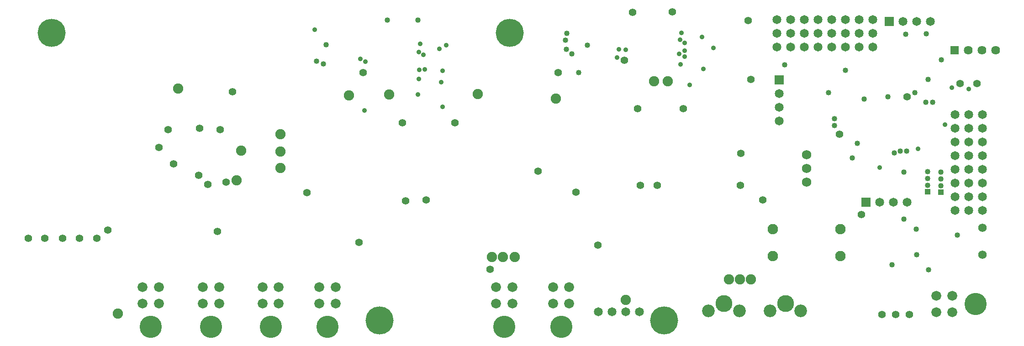
<source format=gbs>
G04 Layer_Color=16711935*
%FSLAX23Y23*%
%MOIN*%
G70*
G01*
G75*
%ADD81C,0.035*%
%ADD133C,0.076*%
%ADD134C,0.056*%
%ADD135C,0.123*%
%ADD136C,0.092*%
%ADD137C,0.205*%
%ADD138C,0.062*%
%ADD139C,0.005*%
%ADD140C,0.065*%
%ADD141R,0.065X0.065*%
%ADD142R,0.065X0.065*%
%ADD143C,0.068*%
%ADD144C,0.075*%
%ADD145C,0.065*%
%ADD146C,0.040*%
%ADD147R,0.040X0.040*%
%ADD148C,0.072*%
%ADD149C,0.162*%
%ADD150R,0.064X0.064*%
%ADD151C,0.064*%
%ADD152C,0.055*%
%ADD153C,0.040*%
D81*
X6690Y4530D02*
D03*
X6685Y4465D02*
D03*
X6695Y4720D02*
D03*
X6720Y4640D02*
D03*
X6685Y4660D02*
D03*
X6295Y4590D02*
D03*
X8762Y4536D02*
D03*
X8752Y4771D02*
D03*
X8662Y4421D02*
D03*
X8837Y4691D02*
D03*
X8597Y4571D02*
D03*
X8627Y4626D02*
D03*
Y4671D02*
D03*
X8587Y4646D02*
D03*
X8602Y4801D02*
D03*
X8132Y4621D02*
D03*
X8147Y4681D02*
D03*
X8197Y4676D02*
D03*
X8627Y4726D02*
D03*
X8592Y4751D02*
D03*
X5925Y4825D02*
D03*
X6290Y4235D02*
D03*
X6885Y4710D02*
D03*
X6730Y4535D02*
D03*
X6680Y4350D02*
D03*
X6850Y4440D02*
D03*
X6860Y4260D02*
D03*
Y4525D02*
D03*
X6837Y4685D02*
D03*
X10330Y3955D02*
D03*
X10525Y4130D02*
D03*
X10050Y3818D02*
D03*
X6260Y4610D02*
D03*
X10575Y4400D02*
D03*
X10700Y4390D02*
D03*
D133*
X9762Y3366D02*
D03*
X9270D02*
D03*
X9762Y3169D02*
D03*
X9270D02*
D03*
D134*
X10065Y2745D02*
D03*
X10165D02*
D03*
X10265D02*
D03*
D135*
X9362Y2823D02*
D03*
X8913D02*
D03*
D136*
X9250Y2770D02*
D03*
X9474D02*
D03*
X8801D02*
D03*
X9026D02*
D03*
D137*
X8475Y2700D02*
D03*
X7350Y4800D02*
D03*
X6400Y2700D02*
D03*
X4005Y4800D02*
D03*
D138*
X10799Y3378D02*
D03*
Y3181D02*
D03*
D139*
X10905Y3417D02*
D03*
Y3142D02*
D03*
D140*
X10420Y4885D02*
D03*
X10320D02*
D03*
X10220D02*
D03*
X10250Y3563D02*
D03*
X10150D02*
D03*
X10050D02*
D03*
X9315Y4158D02*
D03*
Y4258D02*
D03*
Y4358D02*
D03*
X10800Y4203D02*
D03*
X10700D02*
D03*
X10600D02*
D03*
Y4103D02*
D03*
X10700D02*
D03*
X10800D02*
D03*
X10600Y4003D02*
D03*
X10700D02*
D03*
X10800D02*
D03*
X10600Y3903D02*
D03*
X10700D02*
D03*
X10800D02*
D03*
X10600Y3803D02*
D03*
X10700D02*
D03*
X10800D02*
D03*
X10600Y3703D02*
D03*
X10700D02*
D03*
X10800D02*
D03*
X10600Y3603D02*
D03*
X10700D02*
D03*
X10800D02*
D03*
X10600Y3503D02*
D03*
X10700D02*
D03*
X10800D02*
D03*
X9300Y4898D02*
D03*
Y4798D02*
D03*
Y4698D02*
D03*
X9400D02*
D03*
Y4798D02*
D03*
Y4898D02*
D03*
X9500Y4698D02*
D03*
Y4798D02*
D03*
Y4898D02*
D03*
X9600Y4698D02*
D03*
Y4798D02*
D03*
Y4898D02*
D03*
X9700Y4698D02*
D03*
Y4798D02*
D03*
Y4898D02*
D03*
X9800Y4698D02*
D03*
Y4798D02*
D03*
Y4898D02*
D03*
X9900Y4698D02*
D03*
Y4798D02*
D03*
Y4898D02*
D03*
X10000Y4698D02*
D03*
Y4798D02*
D03*
Y4898D02*
D03*
D141*
X10120Y4885D02*
D03*
X9950Y3563D02*
D03*
D142*
X9315Y4458D02*
D03*
D143*
X9515Y3711D02*
D03*
Y3811D02*
D03*
Y3911D02*
D03*
D144*
X8195Y2850D02*
D03*
X4490Y2750D02*
D03*
X5390Y3940D02*
D03*
X4930Y4395D02*
D03*
X9030Y3000D02*
D03*
X9110D02*
D03*
X8950D02*
D03*
X7687Y4321D02*
D03*
X8502Y4446D02*
D03*
X8402D02*
D03*
X5355Y3725D02*
D03*
X5675Y4060D02*
D03*
Y3935D02*
D03*
Y3815D02*
D03*
X6175Y4345D02*
D03*
X6470Y4350D02*
D03*
X7115Y4355D02*
D03*
X7220Y3165D02*
D03*
X7300D02*
D03*
X7385D02*
D03*
D145*
X7995Y2765D02*
D03*
X8095D02*
D03*
X8195D02*
D03*
X8295D02*
D03*
D146*
X10401Y3787D02*
D03*
Y3737D02*
D03*
Y3688D02*
D03*
X10495Y3783D02*
D03*
Y3734D02*
D03*
Y3685D02*
D03*
D147*
X10401Y3639D02*
D03*
X10495Y3636D02*
D03*
D148*
X10580Y2761D02*
D03*
Y2879D02*
D03*
X10462D02*
D03*
Y2761D02*
D03*
X5961Y2825D02*
D03*
X6079D02*
D03*
Y2943D02*
D03*
X5961D02*
D03*
X4671Y2825D02*
D03*
X4789D02*
D03*
Y2943D02*
D03*
X4671D02*
D03*
X7666Y2825D02*
D03*
X7784D02*
D03*
Y2943D02*
D03*
X7666D02*
D03*
X5111Y2825D02*
D03*
X5229D02*
D03*
Y2943D02*
D03*
X5111D02*
D03*
X7251Y2825D02*
D03*
X7369D02*
D03*
Y2943D02*
D03*
X7251D02*
D03*
X5546Y2825D02*
D03*
X5664D02*
D03*
Y2943D02*
D03*
X5546D02*
D03*
D149*
X10750Y2820D02*
D03*
X6020Y2655D02*
D03*
X4730D02*
D03*
X7725D02*
D03*
X5170D02*
D03*
X7310D02*
D03*
X5605D02*
D03*
D150*
X10595Y4675D02*
D03*
D151*
X10695D02*
D03*
X10795D02*
D03*
X10895D02*
D03*
D152*
X4790Y3965D02*
D03*
X5085Y4105D02*
D03*
X5325Y4370D02*
D03*
X4855Y4095D02*
D03*
X4415Y3360D02*
D03*
X6280Y4510D02*
D03*
X8617Y4246D02*
D03*
X8282D02*
D03*
X7557Y3791D02*
D03*
X7702Y4511D02*
D03*
X9032Y3686D02*
D03*
X9037Y3921D02*
D03*
X7832Y3636D02*
D03*
X7992Y3251D02*
D03*
X8427Y3686D02*
D03*
X8302D02*
D03*
X8187Y4601D02*
D03*
X3835Y3300D02*
D03*
X3955D02*
D03*
X4085D02*
D03*
X4210D02*
D03*
X4335D02*
D03*
X10250Y4333D02*
D03*
X9915Y3473D02*
D03*
X9090Y4890D02*
D03*
X9110Y4460D02*
D03*
X5235Y4095D02*
D03*
X5215Y3350D02*
D03*
X4895Y3845D02*
D03*
X5080Y3760D02*
D03*
X5280Y3710D02*
D03*
X5145Y3695D02*
D03*
X6565Y4145D02*
D03*
X6950D02*
D03*
X5870Y3635D02*
D03*
X7205Y3075D02*
D03*
X6250Y3270D02*
D03*
X6590Y3575D02*
D03*
X6740Y3580D02*
D03*
X8245Y4950D02*
D03*
X8535Y4955D02*
D03*
X9195Y3580D02*
D03*
X9755Y4060D02*
D03*
X10760Y4430D02*
D03*
X10635D02*
D03*
D153*
X6457Y4895D02*
D03*
X6680D02*
D03*
X5940Y4595D02*
D03*
X5990Y4575D02*
D03*
X7757Y4746D02*
D03*
X7762Y4681D02*
D03*
X7802Y4646D02*
D03*
X7852Y4511D02*
D03*
X7917Y4711D02*
D03*
X7767Y4796D02*
D03*
X10320Y3181D02*
D03*
X10315Y3366D02*
D03*
X10405Y3071D02*
D03*
X10140Y3106D02*
D03*
X10200Y3938D02*
D03*
X10245D02*
D03*
X10155Y3923D02*
D03*
X10225Y3783D02*
D03*
X9850Y3888D02*
D03*
X9800Y4528D02*
D03*
X9935Y4318D02*
D03*
X9675Y4363D02*
D03*
X10436Y4293D02*
D03*
X9355Y4568D02*
D03*
X10110Y4333D02*
D03*
X10305Y4363D02*
D03*
X10402Y4461D02*
D03*
X10386Y4293D02*
D03*
X9885Y3993D02*
D03*
X6011Y4714D02*
D03*
X10390Y4795D02*
D03*
X10225Y3440D02*
D03*
X9720Y4125D02*
D03*
Y4175D02*
D03*
X10240Y4790D02*
D03*
X10500Y4605D02*
D03*
X10615Y3325D02*
D03*
M02*

</source>
